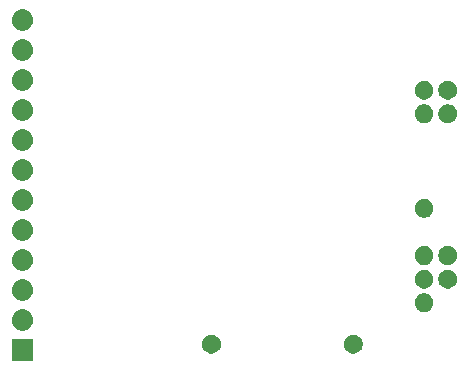
<source format=gbr>
G04 #@! TF.GenerationSoftware,KiCad,Pcbnew,(6.0.0-rc1-dev-1546-g786ee0e)*
G04 #@! TF.CreationDate,2021-05-18T14:50:20-07:00
G04 #@! TF.ProjectId,Dock,446f636b-2e6b-4696-9361-645f70636258,rev?*
G04 #@! TF.SameCoordinates,Original*
G04 #@! TF.FileFunction,Soldermask,Top*
G04 #@! TF.FilePolarity,Negative*
%FSLAX46Y46*%
G04 Gerber Fmt 4.6, Leading zero omitted, Abs format (unit mm)*
G04 Created by KiCad (PCBNEW (6.0.0-rc1-dev-1546-g786ee0e)) date Tue 18 May 2021 02:50:20 PM PDT*
%MOMM*%
%LPD*%
G04 APERTURE LIST*
%ADD10C,0.100000*%
G04 APERTURE END LIST*
D10*
G36*
X63401000Y-60401000D02*
G01*
X61599000Y-60401000D01*
X61599000Y-58599000D01*
X63401000Y-58599000D01*
X63401000Y-60401000D01*
X63401000Y-60401000D01*
G37*
G36*
X90733643Y-58229781D02*
G01*
X90879415Y-58290162D01*
X91010611Y-58377824D01*
X91122176Y-58489389D01*
X91209838Y-58620585D01*
X91270219Y-58766357D01*
X91301000Y-58921107D01*
X91301000Y-59078893D01*
X91270219Y-59233643D01*
X91209838Y-59379415D01*
X91122176Y-59510611D01*
X91010611Y-59622176D01*
X90879415Y-59709838D01*
X90733643Y-59770219D01*
X90578893Y-59801000D01*
X90421107Y-59801000D01*
X90266357Y-59770219D01*
X90120585Y-59709838D01*
X89989389Y-59622176D01*
X89877824Y-59510611D01*
X89790162Y-59379415D01*
X89729781Y-59233643D01*
X89699000Y-59078893D01*
X89699000Y-58921107D01*
X89729781Y-58766357D01*
X89790162Y-58620585D01*
X89877824Y-58489389D01*
X89989389Y-58377824D01*
X90120585Y-58290162D01*
X90266357Y-58229781D01*
X90421107Y-58199000D01*
X90578893Y-58199000D01*
X90733643Y-58229781D01*
X90733643Y-58229781D01*
G37*
G36*
X78733643Y-58229781D02*
G01*
X78879415Y-58290162D01*
X79010611Y-58377824D01*
X79122176Y-58489389D01*
X79209838Y-58620585D01*
X79270219Y-58766357D01*
X79301000Y-58921107D01*
X79301000Y-59078893D01*
X79270219Y-59233643D01*
X79209838Y-59379415D01*
X79122176Y-59510611D01*
X79010611Y-59622176D01*
X78879415Y-59709838D01*
X78733643Y-59770219D01*
X78578893Y-59801000D01*
X78421107Y-59801000D01*
X78266357Y-59770219D01*
X78120585Y-59709838D01*
X77989389Y-59622176D01*
X77877824Y-59510611D01*
X77790162Y-59379415D01*
X77729781Y-59233643D01*
X77699000Y-59078893D01*
X77699000Y-58921107D01*
X77729781Y-58766357D01*
X77790162Y-58620585D01*
X77877824Y-58489389D01*
X77989389Y-58377824D01*
X78120585Y-58290162D01*
X78266357Y-58229781D01*
X78421107Y-58199000D01*
X78578893Y-58199000D01*
X78733643Y-58229781D01*
X78733643Y-58229781D01*
G37*
G36*
X62610443Y-56065519D02*
G01*
X62676627Y-56072037D01*
X62789853Y-56106384D01*
X62846467Y-56123557D01*
X62985087Y-56197652D01*
X63002991Y-56207222D01*
X63038729Y-56236552D01*
X63140186Y-56319814D01*
X63223448Y-56421271D01*
X63252778Y-56457009D01*
X63252779Y-56457011D01*
X63336443Y-56613533D01*
X63336443Y-56613534D01*
X63387963Y-56783373D01*
X63405359Y-56960000D01*
X63387963Y-57136627D01*
X63353616Y-57249853D01*
X63336443Y-57306467D01*
X63262348Y-57445087D01*
X63252778Y-57462991D01*
X63223448Y-57498729D01*
X63140186Y-57600186D01*
X63038729Y-57683448D01*
X63002991Y-57712778D01*
X63002989Y-57712779D01*
X62846467Y-57796443D01*
X62789853Y-57813616D01*
X62676627Y-57847963D01*
X62610442Y-57854482D01*
X62544260Y-57861000D01*
X62455740Y-57861000D01*
X62389558Y-57854482D01*
X62323373Y-57847963D01*
X62210147Y-57813616D01*
X62153533Y-57796443D01*
X61997011Y-57712779D01*
X61997009Y-57712778D01*
X61961271Y-57683448D01*
X61859814Y-57600186D01*
X61776552Y-57498729D01*
X61747222Y-57462991D01*
X61737652Y-57445087D01*
X61663557Y-57306467D01*
X61646384Y-57249853D01*
X61612037Y-57136627D01*
X61594641Y-56960000D01*
X61612037Y-56783373D01*
X61663557Y-56613534D01*
X61663557Y-56613533D01*
X61747221Y-56457011D01*
X61747222Y-56457009D01*
X61776552Y-56421271D01*
X61859814Y-56319814D01*
X61961271Y-56236552D01*
X61997009Y-56207222D01*
X62014913Y-56197652D01*
X62153533Y-56123557D01*
X62210147Y-56106384D01*
X62323373Y-56072037D01*
X62389557Y-56065519D01*
X62455740Y-56059000D01*
X62544260Y-56059000D01*
X62610443Y-56065519D01*
X62610443Y-56065519D01*
G37*
G36*
X96733643Y-54729781D02*
G01*
X96879415Y-54790162D01*
X97010611Y-54877824D01*
X97122176Y-54989389D01*
X97209838Y-55120585D01*
X97270219Y-55266357D01*
X97301000Y-55421107D01*
X97301000Y-55578893D01*
X97270219Y-55733643D01*
X97209838Y-55879415D01*
X97122176Y-56010611D01*
X97010611Y-56122176D01*
X96879415Y-56209838D01*
X96733643Y-56270219D01*
X96578893Y-56301000D01*
X96421107Y-56301000D01*
X96266357Y-56270219D01*
X96120585Y-56209838D01*
X95989389Y-56122176D01*
X95877824Y-56010611D01*
X95790162Y-55879415D01*
X95729781Y-55733643D01*
X95699000Y-55578893D01*
X95699000Y-55421107D01*
X95729781Y-55266357D01*
X95790162Y-55120585D01*
X95877824Y-54989389D01*
X95989389Y-54877824D01*
X96120585Y-54790162D01*
X96266357Y-54729781D01*
X96421107Y-54699000D01*
X96578893Y-54699000D01*
X96733643Y-54729781D01*
X96733643Y-54729781D01*
G37*
G36*
X62610442Y-53525518D02*
G01*
X62676627Y-53532037D01*
X62789853Y-53566384D01*
X62846467Y-53583557D01*
X62985087Y-53657652D01*
X63002991Y-53667222D01*
X63038729Y-53696552D01*
X63140186Y-53779814D01*
X63221925Y-53879415D01*
X63252778Y-53917009D01*
X63252779Y-53917011D01*
X63336443Y-54073533D01*
X63336443Y-54073534D01*
X63387963Y-54243373D01*
X63405359Y-54420000D01*
X63387963Y-54596627D01*
X63353616Y-54709853D01*
X63336443Y-54766467D01*
X63262348Y-54905087D01*
X63252778Y-54922991D01*
X63223448Y-54958729D01*
X63140186Y-55060186D01*
X63038729Y-55143448D01*
X63002991Y-55172778D01*
X63002989Y-55172779D01*
X62846467Y-55256443D01*
X62813784Y-55266357D01*
X62676627Y-55307963D01*
X62610443Y-55314481D01*
X62544260Y-55321000D01*
X62455740Y-55321000D01*
X62389557Y-55314481D01*
X62323373Y-55307963D01*
X62186216Y-55266357D01*
X62153533Y-55256443D01*
X61997011Y-55172779D01*
X61997009Y-55172778D01*
X61961271Y-55143448D01*
X61859814Y-55060186D01*
X61776552Y-54958729D01*
X61747222Y-54922991D01*
X61737652Y-54905087D01*
X61663557Y-54766467D01*
X61646384Y-54709853D01*
X61612037Y-54596627D01*
X61594641Y-54420000D01*
X61612037Y-54243373D01*
X61663557Y-54073534D01*
X61663557Y-54073533D01*
X61747221Y-53917011D01*
X61747222Y-53917009D01*
X61778075Y-53879415D01*
X61859814Y-53779814D01*
X61961271Y-53696552D01*
X61997009Y-53667222D01*
X62014913Y-53657652D01*
X62153533Y-53583557D01*
X62210147Y-53566384D01*
X62323373Y-53532037D01*
X62389558Y-53525518D01*
X62455740Y-53519000D01*
X62544260Y-53519000D01*
X62610442Y-53525518D01*
X62610442Y-53525518D01*
G37*
G36*
X98733643Y-52729781D02*
G01*
X98879415Y-52790162D01*
X99010611Y-52877824D01*
X99122176Y-52989389D01*
X99209838Y-53120585D01*
X99270219Y-53266357D01*
X99301000Y-53421107D01*
X99301000Y-53578893D01*
X99270219Y-53733643D01*
X99209838Y-53879415D01*
X99122176Y-54010611D01*
X99010611Y-54122176D01*
X98879415Y-54209838D01*
X98733643Y-54270219D01*
X98578893Y-54301000D01*
X98421107Y-54301000D01*
X98266357Y-54270219D01*
X98120585Y-54209838D01*
X97989389Y-54122176D01*
X97877824Y-54010611D01*
X97790162Y-53879415D01*
X97729781Y-53733643D01*
X97699000Y-53578893D01*
X97699000Y-53421107D01*
X97729781Y-53266357D01*
X97790162Y-53120585D01*
X97877824Y-52989389D01*
X97989389Y-52877824D01*
X98120585Y-52790162D01*
X98266357Y-52729781D01*
X98421107Y-52699000D01*
X98578893Y-52699000D01*
X98733643Y-52729781D01*
X98733643Y-52729781D01*
G37*
G36*
X96733643Y-52729781D02*
G01*
X96879415Y-52790162D01*
X97010611Y-52877824D01*
X97122176Y-52989389D01*
X97209838Y-53120585D01*
X97270219Y-53266357D01*
X97301000Y-53421107D01*
X97301000Y-53578893D01*
X97270219Y-53733643D01*
X97209838Y-53879415D01*
X97122176Y-54010611D01*
X97010611Y-54122176D01*
X96879415Y-54209838D01*
X96733643Y-54270219D01*
X96578893Y-54301000D01*
X96421107Y-54301000D01*
X96266357Y-54270219D01*
X96120585Y-54209838D01*
X95989389Y-54122176D01*
X95877824Y-54010611D01*
X95790162Y-53879415D01*
X95729781Y-53733643D01*
X95699000Y-53578893D01*
X95699000Y-53421107D01*
X95729781Y-53266357D01*
X95790162Y-53120585D01*
X95877824Y-52989389D01*
X95989389Y-52877824D01*
X96120585Y-52790162D01*
X96266357Y-52729781D01*
X96421107Y-52699000D01*
X96578893Y-52699000D01*
X96733643Y-52729781D01*
X96733643Y-52729781D01*
G37*
G36*
X62610443Y-50985519D02*
G01*
X62676627Y-50992037D01*
X62789853Y-51026384D01*
X62846467Y-51043557D01*
X62985087Y-51117652D01*
X63002991Y-51127222D01*
X63038729Y-51156552D01*
X63140186Y-51239814D01*
X63223448Y-51341271D01*
X63252778Y-51377009D01*
X63252779Y-51377011D01*
X63336443Y-51533533D01*
X63353616Y-51590147D01*
X63387963Y-51703373D01*
X63405359Y-51880000D01*
X63387963Y-52056627D01*
X63368079Y-52122176D01*
X63336443Y-52226467D01*
X63262348Y-52365087D01*
X63252778Y-52382991D01*
X63223448Y-52418729D01*
X63140186Y-52520186D01*
X63038729Y-52603448D01*
X63002991Y-52632778D01*
X63002989Y-52632779D01*
X62846467Y-52716443D01*
X62802493Y-52729782D01*
X62676627Y-52767963D01*
X62610443Y-52774481D01*
X62544260Y-52781000D01*
X62455740Y-52781000D01*
X62389557Y-52774481D01*
X62323373Y-52767963D01*
X62197507Y-52729782D01*
X62153533Y-52716443D01*
X61997011Y-52632779D01*
X61997009Y-52632778D01*
X61961271Y-52603448D01*
X61859814Y-52520186D01*
X61776552Y-52418729D01*
X61747222Y-52382991D01*
X61737652Y-52365087D01*
X61663557Y-52226467D01*
X61631921Y-52122176D01*
X61612037Y-52056627D01*
X61594641Y-51880000D01*
X61612037Y-51703373D01*
X61646384Y-51590147D01*
X61663557Y-51533533D01*
X61747221Y-51377011D01*
X61747222Y-51377009D01*
X61776552Y-51341271D01*
X61859814Y-51239814D01*
X61961271Y-51156552D01*
X61997009Y-51127222D01*
X62014913Y-51117652D01*
X62153533Y-51043557D01*
X62210147Y-51026384D01*
X62323373Y-50992037D01*
X62389558Y-50985518D01*
X62455740Y-50979000D01*
X62544260Y-50979000D01*
X62610443Y-50985519D01*
X62610443Y-50985519D01*
G37*
G36*
X98733643Y-50729781D02*
G01*
X98879415Y-50790162D01*
X99010611Y-50877824D01*
X99122176Y-50989389D01*
X99209838Y-51120585D01*
X99270219Y-51266357D01*
X99301000Y-51421107D01*
X99301000Y-51578893D01*
X99270219Y-51733643D01*
X99209838Y-51879415D01*
X99122176Y-52010611D01*
X99010611Y-52122176D01*
X98879415Y-52209838D01*
X98733643Y-52270219D01*
X98578893Y-52301000D01*
X98421107Y-52301000D01*
X98266357Y-52270219D01*
X98120585Y-52209838D01*
X97989389Y-52122176D01*
X97877824Y-52010611D01*
X97790162Y-51879415D01*
X97729781Y-51733643D01*
X97699000Y-51578893D01*
X97699000Y-51421107D01*
X97729781Y-51266357D01*
X97790162Y-51120585D01*
X97877824Y-50989389D01*
X97989389Y-50877824D01*
X98120585Y-50790162D01*
X98266357Y-50729781D01*
X98421107Y-50699000D01*
X98578893Y-50699000D01*
X98733643Y-50729781D01*
X98733643Y-50729781D01*
G37*
G36*
X96733643Y-50729781D02*
G01*
X96879415Y-50790162D01*
X97010611Y-50877824D01*
X97122176Y-50989389D01*
X97209838Y-51120585D01*
X97270219Y-51266357D01*
X97301000Y-51421107D01*
X97301000Y-51578893D01*
X97270219Y-51733643D01*
X97209838Y-51879415D01*
X97122176Y-52010611D01*
X97010611Y-52122176D01*
X96879415Y-52209838D01*
X96733643Y-52270219D01*
X96578893Y-52301000D01*
X96421107Y-52301000D01*
X96266357Y-52270219D01*
X96120585Y-52209838D01*
X95989389Y-52122176D01*
X95877824Y-52010611D01*
X95790162Y-51879415D01*
X95729781Y-51733643D01*
X95699000Y-51578893D01*
X95699000Y-51421107D01*
X95729781Y-51266357D01*
X95790162Y-51120585D01*
X95877824Y-50989389D01*
X95989389Y-50877824D01*
X96120585Y-50790162D01*
X96266357Y-50729781D01*
X96421107Y-50699000D01*
X96578893Y-50699000D01*
X96733643Y-50729781D01*
X96733643Y-50729781D01*
G37*
G36*
X62610442Y-48445518D02*
G01*
X62676627Y-48452037D01*
X62789853Y-48486384D01*
X62846467Y-48503557D01*
X62985087Y-48577652D01*
X63002991Y-48587222D01*
X63038729Y-48616552D01*
X63140186Y-48699814D01*
X63223448Y-48801271D01*
X63252778Y-48837009D01*
X63252779Y-48837011D01*
X63336443Y-48993533D01*
X63336443Y-48993534D01*
X63387963Y-49163373D01*
X63405359Y-49340000D01*
X63387963Y-49516627D01*
X63353616Y-49629853D01*
X63336443Y-49686467D01*
X63262348Y-49825087D01*
X63252778Y-49842991D01*
X63223448Y-49878729D01*
X63140186Y-49980186D01*
X63038729Y-50063448D01*
X63002991Y-50092778D01*
X63002989Y-50092779D01*
X62846467Y-50176443D01*
X62789853Y-50193616D01*
X62676627Y-50227963D01*
X62610442Y-50234482D01*
X62544260Y-50241000D01*
X62455740Y-50241000D01*
X62389558Y-50234482D01*
X62323373Y-50227963D01*
X62210147Y-50193616D01*
X62153533Y-50176443D01*
X61997011Y-50092779D01*
X61997009Y-50092778D01*
X61961271Y-50063448D01*
X61859814Y-49980186D01*
X61776552Y-49878729D01*
X61747222Y-49842991D01*
X61737652Y-49825087D01*
X61663557Y-49686467D01*
X61646384Y-49629853D01*
X61612037Y-49516627D01*
X61594641Y-49340000D01*
X61612037Y-49163373D01*
X61663557Y-48993534D01*
X61663557Y-48993533D01*
X61747221Y-48837011D01*
X61747222Y-48837009D01*
X61776552Y-48801271D01*
X61859814Y-48699814D01*
X61961271Y-48616552D01*
X61997009Y-48587222D01*
X62014913Y-48577652D01*
X62153533Y-48503557D01*
X62210147Y-48486384D01*
X62323373Y-48452037D01*
X62389558Y-48445518D01*
X62455740Y-48439000D01*
X62544260Y-48439000D01*
X62610442Y-48445518D01*
X62610442Y-48445518D01*
G37*
G36*
X96733643Y-46729781D02*
G01*
X96879415Y-46790162D01*
X97010611Y-46877824D01*
X97122176Y-46989389D01*
X97209838Y-47120585D01*
X97270219Y-47266357D01*
X97301000Y-47421107D01*
X97301000Y-47578893D01*
X97270219Y-47733643D01*
X97209838Y-47879415D01*
X97122176Y-48010611D01*
X97010611Y-48122176D01*
X96879415Y-48209838D01*
X96733643Y-48270219D01*
X96578893Y-48301000D01*
X96421107Y-48301000D01*
X96266357Y-48270219D01*
X96120585Y-48209838D01*
X95989389Y-48122176D01*
X95877824Y-48010611D01*
X95790162Y-47879415D01*
X95729781Y-47733643D01*
X95699000Y-47578893D01*
X95699000Y-47421107D01*
X95729781Y-47266357D01*
X95790162Y-47120585D01*
X95877824Y-46989389D01*
X95989389Y-46877824D01*
X96120585Y-46790162D01*
X96266357Y-46729781D01*
X96421107Y-46699000D01*
X96578893Y-46699000D01*
X96733643Y-46729781D01*
X96733643Y-46729781D01*
G37*
G36*
X62610443Y-45905519D02*
G01*
X62676627Y-45912037D01*
X62789853Y-45946384D01*
X62846467Y-45963557D01*
X62985087Y-46037652D01*
X63002991Y-46047222D01*
X63038729Y-46076552D01*
X63140186Y-46159814D01*
X63223448Y-46261271D01*
X63252778Y-46297009D01*
X63252779Y-46297011D01*
X63336443Y-46453533D01*
X63336443Y-46453534D01*
X63387963Y-46623373D01*
X63405359Y-46800000D01*
X63387963Y-46976627D01*
X63353616Y-47089853D01*
X63336443Y-47146467D01*
X63262348Y-47285087D01*
X63252778Y-47302991D01*
X63223448Y-47338729D01*
X63140186Y-47440186D01*
X63038729Y-47523448D01*
X63002991Y-47552778D01*
X63002989Y-47552779D01*
X62846467Y-47636443D01*
X62789853Y-47653616D01*
X62676627Y-47687963D01*
X62610443Y-47694481D01*
X62544260Y-47701000D01*
X62455740Y-47701000D01*
X62389557Y-47694481D01*
X62323373Y-47687963D01*
X62210147Y-47653616D01*
X62153533Y-47636443D01*
X61997011Y-47552779D01*
X61997009Y-47552778D01*
X61961271Y-47523448D01*
X61859814Y-47440186D01*
X61776552Y-47338729D01*
X61747222Y-47302991D01*
X61737652Y-47285087D01*
X61663557Y-47146467D01*
X61646384Y-47089853D01*
X61612037Y-46976627D01*
X61594641Y-46800000D01*
X61612037Y-46623373D01*
X61663557Y-46453534D01*
X61663557Y-46453533D01*
X61747221Y-46297011D01*
X61747222Y-46297009D01*
X61776552Y-46261271D01*
X61859814Y-46159814D01*
X61961271Y-46076552D01*
X61997009Y-46047222D01*
X62014913Y-46037652D01*
X62153533Y-45963557D01*
X62210147Y-45946384D01*
X62323373Y-45912037D01*
X62389557Y-45905519D01*
X62455740Y-45899000D01*
X62544260Y-45899000D01*
X62610443Y-45905519D01*
X62610443Y-45905519D01*
G37*
G36*
X62610442Y-43365518D02*
G01*
X62676627Y-43372037D01*
X62789853Y-43406384D01*
X62846467Y-43423557D01*
X62985087Y-43497652D01*
X63002991Y-43507222D01*
X63038729Y-43536552D01*
X63140186Y-43619814D01*
X63223448Y-43721271D01*
X63252778Y-43757009D01*
X63252779Y-43757011D01*
X63336443Y-43913533D01*
X63336443Y-43913534D01*
X63387963Y-44083373D01*
X63405359Y-44260000D01*
X63387963Y-44436627D01*
X63353616Y-44549853D01*
X63336443Y-44606467D01*
X63262348Y-44745087D01*
X63252778Y-44762991D01*
X63223448Y-44798729D01*
X63140186Y-44900186D01*
X63038729Y-44983448D01*
X63002991Y-45012778D01*
X63002989Y-45012779D01*
X62846467Y-45096443D01*
X62789853Y-45113616D01*
X62676627Y-45147963D01*
X62610442Y-45154482D01*
X62544260Y-45161000D01*
X62455740Y-45161000D01*
X62389558Y-45154482D01*
X62323373Y-45147963D01*
X62210147Y-45113616D01*
X62153533Y-45096443D01*
X61997011Y-45012779D01*
X61997009Y-45012778D01*
X61961271Y-44983448D01*
X61859814Y-44900186D01*
X61776552Y-44798729D01*
X61747222Y-44762991D01*
X61737652Y-44745087D01*
X61663557Y-44606467D01*
X61646384Y-44549853D01*
X61612037Y-44436627D01*
X61594641Y-44260000D01*
X61612037Y-44083373D01*
X61663557Y-43913534D01*
X61663557Y-43913533D01*
X61747221Y-43757011D01*
X61747222Y-43757009D01*
X61776552Y-43721271D01*
X61859814Y-43619814D01*
X61961271Y-43536552D01*
X61997009Y-43507222D01*
X62014913Y-43497652D01*
X62153533Y-43423557D01*
X62210147Y-43406384D01*
X62323373Y-43372037D01*
X62389558Y-43365518D01*
X62455740Y-43359000D01*
X62544260Y-43359000D01*
X62610442Y-43365518D01*
X62610442Y-43365518D01*
G37*
G36*
X62610442Y-40825518D02*
G01*
X62676627Y-40832037D01*
X62789853Y-40866384D01*
X62846467Y-40883557D01*
X62985087Y-40957652D01*
X63002991Y-40967222D01*
X63038729Y-40996552D01*
X63140186Y-41079814D01*
X63223448Y-41181271D01*
X63252778Y-41217009D01*
X63252779Y-41217011D01*
X63336443Y-41373533D01*
X63336443Y-41373534D01*
X63387963Y-41543373D01*
X63405359Y-41720000D01*
X63387963Y-41896627D01*
X63353616Y-42009853D01*
X63336443Y-42066467D01*
X63262348Y-42205087D01*
X63252778Y-42222991D01*
X63223448Y-42258729D01*
X63140186Y-42360186D01*
X63038729Y-42443448D01*
X63002991Y-42472778D01*
X63002989Y-42472779D01*
X62846467Y-42556443D01*
X62789853Y-42573616D01*
X62676627Y-42607963D01*
X62610442Y-42614482D01*
X62544260Y-42621000D01*
X62455740Y-42621000D01*
X62389558Y-42614482D01*
X62323373Y-42607963D01*
X62210147Y-42573616D01*
X62153533Y-42556443D01*
X61997011Y-42472779D01*
X61997009Y-42472778D01*
X61961271Y-42443448D01*
X61859814Y-42360186D01*
X61776552Y-42258729D01*
X61747222Y-42222991D01*
X61737652Y-42205087D01*
X61663557Y-42066467D01*
X61646384Y-42009853D01*
X61612037Y-41896627D01*
X61594641Y-41720000D01*
X61612037Y-41543373D01*
X61663557Y-41373534D01*
X61663557Y-41373533D01*
X61747221Y-41217011D01*
X61747222Y-41217009D01*
X61776552Y-41181271D01*
X61859814Y-41079814D01*
X61961271Y-40996552D01*
X61997009Y-40967222D01*
X62014913Y-40957652D01*
X62153533Y-40883557D01*
X62210147Y-40866384D01*
X62323373Y-40832037D01*
X62389558Y-40825518D01*
X62455740Y-40819000D01*
X62544260Y-40819000D01*
X62610442Y-40825518D01*
X62610442Y-40825518D01*
G37*
G36*
X98733643Y-38729781D02*
G01*
X98879415Y-38790162D01*
X99010611Y-38877824D01*
X99122176Y-38989389D01*
X99209838Y-39120585D01*
X99270219Y-39266357D01*
X99301000Y-39421107D01*
X99301000Y-39578893D01*
X99270219Y-39733643D01*
X99209838Y-39879415D01*
X99122176Y-40010611D01*
X99010611Y-40122176D01*
X98879415Y-40209838D01*
X98733643Y-40270219D01*
X98578893Y-40301000D01*
X98421107Y-40301000D01*
X98266357Y-40270219D01*
X98120585Y-40209838D01*
X97989389Y-40122176D01*
X97877824Y-40010611D01*
X97790162Y-39879415D01*
X97729781Y-39733643D01*
X97699000Y-39578893D01*
X97699000Y-39421107D01*
X97729781Y-39266357D01*
X97790162Y-39120585D01*
X97877824Y-38989389D01*
X97989389Y-38877824D01*
X98120585Y-38790162D01*
X98266357Y-38729781D01*
X98421107Y-38699000D01*
X98578893Y-38699000D01*
X98733643Y-38729781D01*
X98733643Y-38729781D01*
G37*
G36*
X96733643Y-38729781D02*
G01*
X96879415Y-38790162D01*
X97010611Y-38877824D01*
X97122176Y-38989389D01*
X97209838Y-39120585D01*
X97270219Y-39266357D01*
X97301000Y-39421107D01*
X97301000Y-39578893D01*
X97270219Y-39733643D01*
X97209838Y-39879415D01*
X97122176Y-40010611D01*
X97010611Y-40122176D01*
X96879415Y-40209838D01*
X96733643Y-40270219D01*
X96578893Y-40301000D01*
X96421107Y-40301000D01*
X96266357Y-40270219D01*
X96120585Y-40209838D01*
X95989389Y-40122176D01*
X95877824Y-40010611D01*
X95790162Y-39879415D01*
X95729781Y-39733643D01*
X95699000Y-39578893D01*
X95699000Y-39421107D01*
X95729781Y-39266357D01*
X95790162Y-39120585D01*
X95877824Y-38989389D01*
X95989389Y-38877824D01*
X96120585Y-38790162D01*
X96266357Y-38729781D01*
X96421107Y-38699000D01*
X96578893Y-38699000D01*
X96733643Y-38729781D01*
X96733643Y-38729781D01*
G37*
G36*
X62610442Y-38285518D02*
G01*
X62676627Y-38292037D01*
X62789853Y-38326384D01*
X62846467Y-38343557D01*
X62985087Y-38417652D01*
X63002991Y-38427222D01*
X63038729Y-38456552D01*
X63140186Y-38539814D01*
X63223448Y-38641271D01*
X63252778Y-38677009D01*
X63252779Y-38677011D01*
X63336443Y-38833533D01*
X63336443Y-38833534D01*
X63387963Y-39003373D01*
X63405359Y-39180000D01*
X63387963Y-39356627D01*
X63368403Y-39421107D01*
X63336443Y-39526467D01*
X63308421Y-39578892D01*
X63252778Y-39682991D01*
X63223448Y-39718729D01*
X63140186Y-39820186D01*
X63038729Y-39903448D01*
X63002991Y-39932778D01*
X63002989Y-39932779D01*
X62846467Y-40016443D01*
X62789853Y-40033616D01*
X62676627Y-40067963D01*
X62610442Y-40074482D01*
X62544260Y-40081000D01*
X62455740Y-40081000D01*
X62389558Y-40074482D01*
X62323373Y-40067963D01*
X62210147Y-40033616D01*
X62153533Y-40016443D01*
X61997011Y-39932779D01*
X61997009Y-39932778D01*
X61961271Y-39903448D01*
X61859814Y-39820186D01*
X61776552Y-39718729D01*
X61747222Y-39682991D01*
X61691579Y-39578892D01*
X61663557Y-39526467D01*
X61631597Y-39421107D01*
X61612037Y-39356627D01*
X61594641Y-39180000D01*
X61612037Y-39003373D01*
X61663557Y-38833534D01*
X61663557Y-38833533D01*
X61747221Y-38677011D01*
X61747222Y-38677009D01*
X61776552Y-38641271D01*
X61859814Y-38539814D01*
X61961271Y-38456552D01*
X61997009Y-38427222D01*
X62014913Y-38417652D01*
X62153533Y-38343557D01*
X62210147Y-38326384D01*
X62323373Y-38292037D01*
X62389558Y-38285518D01*
X62455740Y-38279000D01*
X62544260Y-38279000D01*
X62610442Y-38285518D01*
X62610442Y-38285518D01*
G37*
G36*
X98733643Y-36729781D02*
G01*
X98879415Y-36790162D01*
X99010611Y-36877824D01*
X99122176Y-36989389D01*
X99209838Y-37120585D01*
X99270219Y-37266357D01*
X99301000Y-37421107D01*
X99301000Y-37578893D01*
X99270219Y-37733643D01*
X99209838Y-37879415D01*
X99122176Y-38010611D01*
X99010611Y-38122176D01*
X98879415Y-38209838D01*
X98733643Y-38270219D01*
X98578893Y-38301000D01*
X98421107Y-38301000D01*
X98266357Y-38270219D01*
X98120585Y-38209838D01*
X97989389Y-38122176D01*
X97877824Y-38010611D01*
X97790162Y-37879415D01*
X97729781Y-37733643D01*
X97699000Y-37578893D01*
X97699000Y-37421107D01*
X97729781Y-37266357D01*
X97790162Y-37120585D01*
X97877824Y-36989389D01*
X97989389Y-36877824D01*
X98120585Y-36790162D01*
X98266357Y-36729781D01*
X98421107Y-36699000D01*
X98578893Y-36699000D01*
X98733643Y-36729781D01*
X98733643Y-36729781D01*
G37*
G36*
X96733643Y-36729781D02*
G01*
X96879415Y-36790162D01*
X97010611Y-36877824D01*
X97122176Y-36989389D01*
X97209838Y-37120585D01*
X97270219Y-37266357D01*
X97301000Y-37421107D01*
X97301000Y-37578893D01*
X97270219Y-37733643D01*
X97209838Y-37879415D01*
X97122176Y-38010611D01*
X97010611Y-38122176D01*
X96879415Y-38209838D01*
X96733643Y-38270219D01*
X96578893Y-38301000D01*
X96421107Y-38301000D01*
X96266357Y-38270219D01*
X96120585Y-38209838D01*
X95989389Y-38122176D01*
X95877824Y-38010611D01*
X95790162Y-37879415D01*
X95729781Y-37733643D01*
X95699000Y-37578893D01*
X95699000Y-37421107D01*
X95729781Y-37266357D01*
X95790162Y-37120585D01*
X95877824Y-36989389D01*
X95989389Y-36877824D01*
X96120585Y-36790162D01*
X96266357Y-36729781D01*
X96421107Y-36699000D01*
X96578893Y-36699000D01*
X96733643Y-36729781D01*
X96733643Y-36729781D01*
G37*
G36*
X62610442Y-35745518D02*
G01*
X62676627Y-35752037D01*
X62789853Y-35786384D01*
X62846467Y-35803557D01*
X62985087Y-35877652D01*
X63002991Y-35887222D01*
X63038729Y-35916552D01*
X63140186Y-35999814D01*
X63223448Y-36101271D01*
X63252778Y-36137009D01*
X63252779Y-36137011D01*
X63336443Y-36293533D01*
X63336443Y-36293534D01*
X63387963Y-36463373D01*
X63405359Y-36640000D01*
X63387963Y-36816627D01*
X63369399Y-36877824D01*
X63336443Y-36986467D01*
X63264755Y-37120584D01*
X63252778Y-37142991D01*
X63223448Y-37178729D01*
X63140186Y-37280186D01*
X63038729Y-37363448D01*
X63002991Y-37392778D01*
X63002989Y-37392779D01*
X62846467Y-37476443D01*
X62789853Y-37493616D01*
X62676627Y-37527963D01*
X62610442Y-37534482D01*
X62544260Y-37541000D01*
X62455740Y-37541000D01*
X62389558Y-37534482D01*
X62323373Y-37527963D01*
X62210147Y-37493616D01*
X62153533Y-37476443D01*
X61997011Y-37392779D01*
X61997009Y-37392778D01*
X61961271Y-37363448D01*
X61859814Y-37280186D01*
X61776552Y-37178729D01*
X61747222Y-37142991D01*
X61735245Y-37120584D01*
X61663557Y-36986467D01*
X61630601Y-36877824D01*
X61612037Y-36816627D01*
X61594641Y-36640000D01*
X61612037Y-36463373D01*
X61663557Y-36293534D01*
X61663557Y-36293533D01*
X61747221Y-36137011D01*
X61747222Y-36137009D01*
X61776552Y-36101271D01*
X61859814Y-35999814D01*
X61961271Y-35916552D01*
X61997009Y-35887222D01*
X62014913Y-35877652D01*
X62153533Y-35803557D01*
X62210147Y-35786384D01*
X62323373Y-35752037D01*
X62389558Y-35745518D01*
X62455740Y-35739000D01*
X62544260Y-35739000D01*
X62610442Y-35745518D01*
X62610442Y-35745518D01*
G37*
G36*
X62610442Y-33205518D02*
G01*
X62676627Y-33212037D01*
X62789853Y-33246384D01*
X62846467Y-33263557D01*
X62985087Y-33337652D01*
X63002991Y-33347222D01*
X63038729Y-33376552D01*
X63140186Y-33459814D01*
X63223448Y-33561271D01*
X63252778Y-33597009D01*
X63252779Y-33597011D01*
X63336443Y-33753533D01*
X63336443Y-33753534D01*
X63387963Y-33923373D01*
X63405359Y-34100000D01*
X63387963Y-34276627D01*
X63353616Y-34389853D01*
X63336443Y-34446467D01*
X63262348Y-34585087D01*
X63252778Y-34602991D01*
X63223448Y-34638729D01*
X63140186Y-34740186D01*
X63038729Y-34823448D01*
X63002991Y-34852778D01*
X63002989Y-34852779D01*
X62846467Y-34936443D01*
X62789853Y-34953616D01*
X62676627Y-34987963D01*
X62610442Y-34994482D01*
X62544260Y-35001000D01*
X62455740Y-35001000D01*
X62389558Y-34994482D01*
X62323373Y-34987963D01*
X62210147Y-34953616D01*
X62153533Y-34936443D01*
X61997011Y-34852779D01*
X61997009Y-34852778D01*
X61961271Y-34823448D01*
X61859814Y-34740186D01*
X61776552Y-34638729D01*
X61747222Y-34602991D01*
X61737652Y-34585087D01*
X61663557Y-34446467D01*
X61646384Y-34389853D01*
X61612037Y-34276627D01*
X61594641Y-34100000D01*
X61612037Y-33923373D01*
X61663557Y-33753534D01*
X61663557Y-33753533D01*
X61747221Y-33597011D01*
X61747222Y-33597009D01*
X61776552Y-33561271D01*
X61859814Y-33459814D01*
X61961271Y-33376552D01*
X61997009Y-33347222D01*
X62014913Y-33337652D01*
X62153533Y-33263557D01*
X62210147Y-33246384D01*
X62323373Y-33212037D01*
X62389558Y-33205518D01*
X62455740Y-33199000D01*
X62544260Y-33199000D01*
X62610442Y-33205518D01*
X62610442Y-33205518D01*
G37*
G36*
X62610442Y-30665518D02*
G01*
X62676627Y-30672037D01*
X62789853Y-30706384D01*
X62846467Y-30723557D01*
X62985087Y-30797652D01*
X63002991Y-30807222D01*
X63038729Y-30836552D01*
X63140186Y-30919814D01*
X63223448Y-31021271D01*
X63252778Y-31057009D01*
X63252779Y-31057011D01*
X63336443Y-31213533D01*
X63336443Y-31213534D01*
X63387963Y-31383373D01*
X63405359Y-31560000D01*
X63387963Y-31736627D01*
X63353616Y-31849853D01*
X63336443Y-31906467D01*
X63262348Y-32045087D01*
X63252778Y-32062991D01*
X63223448Y-32098729D01*
X63140186Y-32200186D01*
X63038729Y-32283448D01*
X63002991Y-32312778D01*
X63002989Y-32312779D01*
X62846467Y-32396443D01*
X62789853Y-32413616D01*
X62676627Y-32447963D01*
X62610442Y-32454482D01*
X62544260Y-32461000D01*
X62455740Y-32461000D01*
X62389558Y-32454482D01*
X62323373Y-32447963D01*
X62210147Y-32413616D01*
X62153533Y-32396443D01*
X61997011Y-32312779D01*
X61997009Y-32312778D01*
X61961271Y-32283448D01*
X61859814Y-32200186D01*
X61776552Y-32098729D01*
X61747222Y-32062991D01*
X61737652Y-32045087D01*
X61663557Y-31906467D01*
X61646384Y-31849853D01*
X61612037Y-31736627D01*
X61594641Y-31560000D01*
X61612037Y-31383373D01*
X61663557Y-31213534D01*
X61663557Y-31213533D01*
X61747221Y-31057011D01*
X61747222Y-31057009D01*
X61776552Y-31021271D01*
X61859814Y-30919814D01*
X61961271Y-30836552D01*
X61997009Y-30807222D01*
X62014913Y-30797652D01*
X62153533Y-30723557D01*
X62210147Y-30706384D01*
X62323373Y-30672037D01*
X62389558Y-30665518D01*
X62455740Y-30659000D01*
X62544260Y-30659000D01*
X62610442Y-30665518D01*
X62610442Y-30665518D01*
G37*
M02*

</source>
